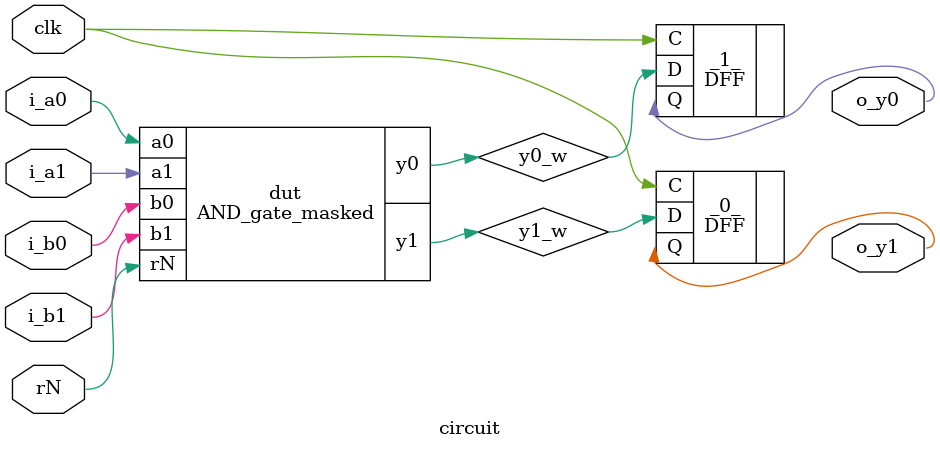
<source format=v>
/* Generated by Yosys 0.9 (git sha1 1979e0b) */

module AND_gate_masked(a0, a1, b0, b1, rN, y0, y1);
  wire _0_;
  wire _1_;
  input a0;
  input a1;
  input b0;
  input b1;
  wire p00;
  wire p01;
  wire p10;
  wire p11;
  input rN;
  output y0;
  output y1;
  assign p00 = a0 & b0;
  assign p01 = a0 & b1;
  assign p10 = a1 & b0;
  assign p11 = a1 & b1;
  assign _0_ = p00 ^ p01;
  assign y0 = _0_ ^ rN;
  assign _1_ = p11 ^ p10;
  assign y1 = _1_ ^ rN;
endmodule

module circuit(clk, i_a0, i_a1, i_b0, i_b1, rN, o_y0, o_y1);
  input clk;
  input i_a0;
  input i_a1;
  input i_b0;
  input i_b1;
  output o_y0;
  output o_y1;
  input rN;
  wire y0_w;
  wire y1_w;
  DFF _0_ (
    .C(clk),
    .D(y1_w),
    .Q(o_y1)
  );
  DFF _1_ (
    .C(clk),
    .D(y0_w),
    .Q(o_y0)
  );
  AND_gate_masked dut (
    .a0(i_a0),
    .a1(i_a1),
    .b0(i_b0),
    .b1(i_b1),
    .rN(rN),
    .y0(y0_w),
    .y1(y1_w)
  );
endmodule

</source>
